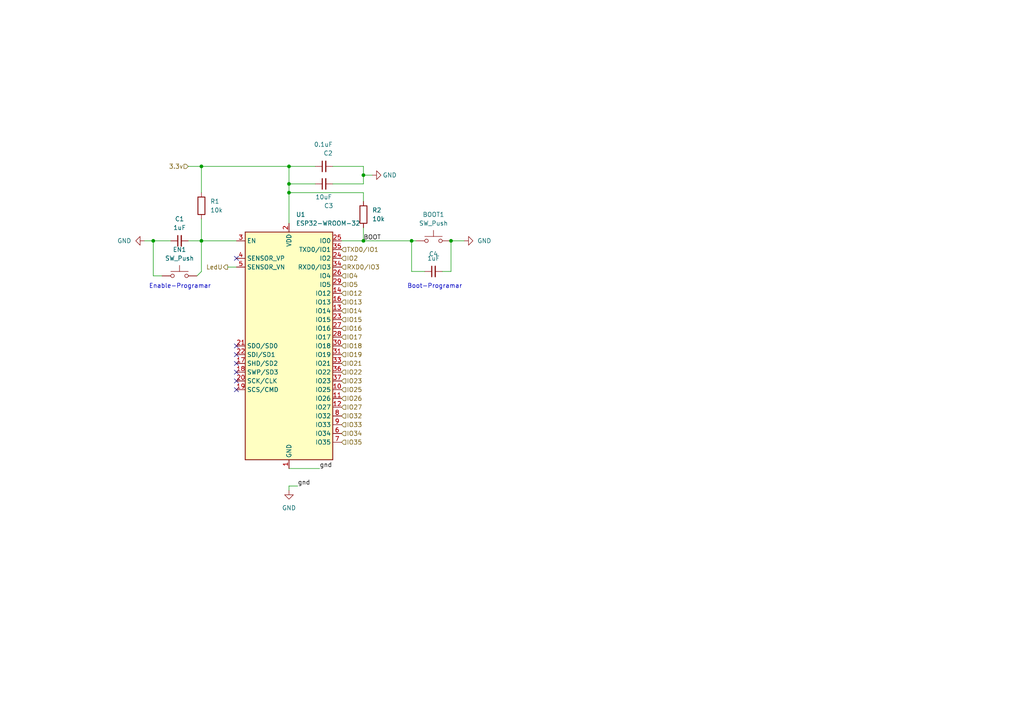
<source format=kicad_sch>
(kicad_sch (version 20211123) (generator eeschema)
  (paper "A4")
  (lib_symbols
    (symbol "Device:C_Small" (pin_numbers hide) (pin_names (offset 0.254) hide)
      (property "Reference" "C" (at 0.254 1.778 0))
      (property "Value" "C_Small" (at 0.254 -2.032 0))
      (symbol "C_Small_0_1"
        (polyline (pts (xy -1.524 -0.508) (xy 1.524 -0.508)) (stroke (width 0.3302)))
        (polyline (pts (xy -1.524 0.508) (xy 1.524 0.508)) (stroke (width 0.3048)))
      )
      (symbol "C_Small_1_1"
        (pin passive line (at 0 2.54 270) (length 2.032) (name "~") (number "1"))
        (pin passive line (at 0 -2.54 90) (length 2.032) (name "~") (number "2"))
      )
    )
    (symbol "Device:R" (pin_numbers hide) (pin_names (offset 0))
      (property "Reference" "R" (at 2.032 0 90))
      (property "Value" "R" (at 0 0 90))
      (symbol "R_0_1"
        (rectangle (start -1.016 -2.54) (end 1.016 2.54) (stroke (width 0.254)))
      )
      (symbol "R_1_1"
        (pin passive line (at 0 3.81 270) (length 1.27) (name "~") (number "1"))
        (pin passive line (at 0 -3.81 90) (length 1.27) (name "~") (number "2"))
      )
    )
    (symbol "RF_Module:ESP32-WROOM-32"
      (property "Reference" "U" (at -12.7 34.29 0))
      (property "Value" "ESP32-WROOM-32" (at 1.27 34.29 0))
      (symbol "ESP32-WROOM-32_0_1"
        (rectangle (start -12.7 33.02) (end 12.7 -33.02) (stroke (width 0.254)) (fill (type background)))
      )
      (symbol "ESP32-WROOM-32_1_1"
        (pin power_in line (at 0 -35.56 90) (length 2.54) (name "GND") (number "1"))
        (pin bidirectional line (at 15.24 -12.7 180) (length 2.54) (name "IO25") (number "10"))
        (pin bidirectional line (at 15.24 -15.24 180) (length 2.54) (name "IO26") (number "11"))
        (pin bidirectional line (at 15.24 -17.78 180) (length 2.54) (name "IO27") (number "12"))
        (pin bidirectional line (at 15.24 10.16 180) (length 2.54) (name "IO14") (number "13"))
        (pin bidirectional line (at 15.24 15.24 180) (length 2.54) (name "IO12") (number "14"))
        (pin passive line (at 0 -35.56 90) (length 2.54) hide (name "GND") (number "15"))
        (pin bidirectional line (at 15.24 12.7 180) (length 2.54) (name "IO13") (number "16"))
        (pin bidirectional line (at -15.24 -5.08 0) (length 2.54) (name "SHD/SD2") (number "17"))
        (pin bidirectional line (at -15.24 -7.62 0) (length 2.54) (name "SWP/SD3") (number "18"))
        (pin bidirectional line (at -15.24 -12.7 0) (length 2.54) (name "SCS/CMD") (number "19"))
        (pin power_in line (at 0 35.56 270) (length 2.54) (name "VDD") (number "2"))
        (pin bidirectional line (at -15.24 -10.16 0) (length 2.54) (name "SCK/CLK") (number "20"))
        (pin bidirectional line (at -15.24 0 0) (length 2.54) (name "SDO/SD0") (number "21"))
        (pin bidirectional line (at -15.24 -2.54 0) (length 2.54) (name "SDI/SD1") (number "22"))
        (pin bidirectional line (at 15.24 7.62 180) (length 2.54) (name "IO15") (number "23"))
        (pin bidirectional line (at 15.24 25.4 180) (length 2.54) (name "IO2") (number "24"))
        (pin bidirectional line (at 15.24 30.48 180) (length 2.54) (name "IO0") (number "25"))
        (pin bidirectional line (at 15.24 20.32 180) (length 2.54) (name "IO4") (number "26"))
        (pin bidirectional line (at 15.24 5.08 180) (length 2.54) (name "IO16") (number "27"))
        (pin bidirectional line (at 15.24 2.54 180) (length 2.54) (name "IO17") (number "28"))
        (pin bidirectional line (at 15.24 17.78 180) (length 2.54) (name "IO5") (number "29"))
        (pin input line (at -15.24 30.48 0) (length 2.54) (name "EN") (number "3"))
        (pin bidirectional line (at 15.24 0 180) (length 2.54) (name "IO18") (number "30"))
        (pin bidirectional line (at 15.24 -2.54 180) (length 2.54) (name "IO19") (number "31"))
        (pin no_connect line (at -12.7 -27.94 0) (length 2.54) hide (name "NC") (number "32"))
        (pin bidirectional line (at 15.24 -5.08 180) (length 2.54) (name "IO21") (number "33"))
        (pin bidirectional line (at 15.24 22.86 180) (length 2.54) (name "RXD0/IO3") (number "34"))
        (pin bidirectional line (at 15.24 27.94 180) (length 2.54) (name "TXD0/IO1") (number "35"))
        (pin bidirectional line (at 15.24 -7.62 180) (length 2.54) (name "IO22") (number "36"))
        (pin bidirectional line (at 15.24 -10.16 180) (length 2.54) (name "IO23") (number "37"))
        (pin passive line (at 0 -35.56 90) (length 2.54) hide (name "GND") (number "38"))
        (pin passive line (at 0 -35.56 90) (length 2.54) hide (name "GND") (number "39"))
        (pin input line (at -15.24 25.4 0) (length 2.54) (name "SENSOR_VP") (number "4"))
        (pin input line (at -15.24 22.86 0) (length 2.54) (name "SENSOR_VN") (number "5"))
        (pin input line (at 15.24 -25.4 180) (length 2.54) (name "IO34") (number "6"))
        (pin input line (at 15.24 -27.94 180) (length 2.54) (name "IO35") (number "7"))
        (pin bidirectional line (at 15.24 -20.32 180) (length 2.54) (name "IO32") (number "8"))
        (pin bidirectional line (at 15.24 -22.86 180) (length 2.54) (name "IO33") (number "9"))
      )
    )
    (symbol "Switch:SW_Push" (pin_numbers hide) (pin_names (offset 1.016) hide)
      (property "Reference" "SW" (at 1.27 2.54 0))
      (property "Value" "SW_Push" (at 0 -1.524 0))
      (symbol "SW_Push_0_1"
        (circle (center -2.032 0) (radius 0.508))
        (polyline (pts (xy 0 1.27) (xy 0 3.048)))
        (polyline (pts (xy 2.54 1.27) (xy -2.54 1.27)))
        (circle (center 2.032 0) (radius 0.508))
        (pin passive line (at -5.08 0 0) (length 2.54) (name "1") (number "1"))
        (pin passive line (at 5.08 0 180) (length 2.54) (name "2") (number "2"))
      )
    )
    (symbol "power:GND" (power) (pin_names (offset 0))
      (property "Value" "GND" (at 0 -3.81 0))
      (symbol "GND_0_1"
        (polyline (pts (xy 0 0) (xy 0 -1.27) (xy 1.27 -1.27) (xy 0 -2.54) (xy -1.27 -1.27) (xy 0 -1.27)))
      )
      (symbol "GND_1_1"
        (pin power_in line (at 0 0 270) (length 0) hide (name "GND") (number "1"))
      )
    )
  )
  (junction (at 105.41 69.85))
  (junction (at 83.82 48.26))
  (junction (at 58.42 69.85))
  (junction (at 83.82 53.34))
  (junction (at 83.82 55.88))
  (junction (at 130.81 69.85))
  (junction (at 105.41 50.8))
  (junction (at 58.42 48.26))
  (junction (at 44.45 69.85))
  (junction (at 119.38 69.85))
  (no_connect (at 68.58 74.93))
  (no_connect (at 68.58 100.33))
  (no_connect (at 68.58 102.87))
  (no_connect (at 68.58 105.41))
  (no_connect (at 68.58 107.95))
  (no_connect (at 68.58 110.49))
  (no_connect (at 68.58 113.03))
  (wire (pts (xy 96.52 53.34) (xy 105.41 53.34)))
  (wire (pts (xy 83.82 135.89) (xy 92.71 135.89)))
  (wire (pts (xy 119.38 78.74) (xy 123.19 78.74)))
  (wire (pts (xy 105.41 66.04) (xy 105.41 69.85)))
  (wire (pts (xy 54.61 48.26) (xy 58.42 48.26)))
  (wire (pts (xy 58.42 69.85) (xy 58.42 78.74)))
  (wire (pts (xy 105.41 58.42) (xy 105.41 55.88)))
  (wire (pts (xy 44.45 69.85) (xy 44.45 80.01)))
  (wire (pts (xy 128.27 78.74) (xy 130.81 78.74)))
  (wire (pts (xy 58.42 78.74) (xy 57.15 80.01)))
  (wire (pts (xy 86.36 140.97) (xy 83.82 140.97)))
  (wire (pts (xy 105.41 69.85) (xy 119.38 69.85)))
  (wire (pts (xy 58.42 48.26) (xy 83.82 48.26)))
  (wire (pts (xy 83.82 55.88) (xy 105.41 55.88)))
  (wire (pts (xy 54.61 69.85) (xy 58.42 69.85)))
  (wire (pts (xy 83.82 53.34) (xy 91.44 53.34)))
  (wire (pts (xy 83.82 48.26) (xy 83.82 53.34)))
  (wire (pts (xy 44.45 69.85) (xy 49.53 69.85)))
  (wire (pts (xy 44.45 80.01) (xy 46.99 80.01)))
  (wire (pts (xy 83.82 55.88) (xy 83.82 64.77)))
  (wire (pts (xy 58.42 48.26) (xy 58.42 55.88)))
  (wire (pts (xy 83.82 140.97) (xy 83.82 142.24)))
  (wire (pts (xy 119.38 69.85) (xy 119.38 78.74)))
  (wire (pts (xy 119.38 69.85) (xy 120.65 69.85)))
  (wire (pts (xy 41.91 69.85) (xy 44.45 69.85)))
  (wire (pts (xy 130.81 69.85) (xy 130.81 78.74)))
  (wire (pts (xy 96.52 48.26) (xy 105.41 48.26)))
  (wire (pts (xy 130.81 69.85) (xy 134.62 69.85)))
  (wire (pts (xy 107.95 50.8) (xy 105.41 50.8)))
  (wire (pts (xy 58.42 69.85) (xy 68.58 69.85)))
  (wire (pts (xy 105.41 53.34) (xy 105.41 50.8)))
  (wire (pts (xy 83.82 53.34) (xy 83.82 55.88)))
  (wire (pts (xy 83.82 48.26) (xy 91.44 48.26)))
  (wire (pts (xy 58.42 63.5) (xy 58.42 69.85)))
  (wire (pts (xy 105.41 48.26) (xy 105.41 50.8)))
  (wire (pts (xy 66.04 77.47) (xy 68.58 77.47)))
  (wire (pts (xy 99.06 69.85) (xy 105.41 69.85)))
  (text "Enable-Programar" (at 43.18 83.82 0) (effects (font (size 1.27 1.27)) (justify left bottom)))
  (text "Boot-Programar" (at 118.11 83.82 0) (effects (font (size 1.27 1.27)) (justify left bottom)))
  (label "gnd" (at 92.71 135.89 0))
  (label "BOOT" (at 105.41 69.85 0))
  (label "gnd" (at 86.36 140.97 0))
  (hierarchical_label "IO27" (shape input) (at 99.06 118.11 0))
  (hierarchical_label "IO13" (shape input) (at 99.06 87.63 0))
  (hierarchical_label "3.3v" (shape input) (at 54.61 48.26 180))
  (hierarchical_label "IO35" (shape input) (at 99.06 128.27 0))
  (hierarchical_label "IO34" (shape input) (at 99.06 125.73 0))
  (hierarchical_label "IO12" (shape input) (at 99.06 85.09 0))
  (hierarchical_label "IO23" (shape input) (at 99.06 110.49 0))
  (hierarchical_label "IO17" (shape input) (at 99.06 97.79 0))
  (hierarchical_label "IO14" (shape input) (at 99.06 90.17 0))
  (hierarchical_label "IO21" (shape input) (at 99.06 105.41 0))
  (hierarchical_label "IO22" (shape input) (at 99.06 107.95 0))
  (hierarchical_label "IO26" (shape input) (at 99.06 115.57 0))
  (hierarchical_label "IO2" (shape input) (at 99.06 74.93 0))
  (hierarchical_label "IO15" (shape input) (at 99.06 92.71 0))
  (hierarchical_label "IO4" (shape input) (at 99.06 80.01 0))
  (hierarchical_label "IO32" (shape input) (at 99.06 120.65 0))
  (hierarchical_label "RXD0{slash}IO3" (shape input) (at 99.06 77.47 0))
  (hierarchical_label "IO25" (shape input) (at 99.06 113.03 0))
  (hierarchical_label "TXD0{slash}IO1" (shape input) (at 99.06 72.39 0))
  (hierarchical_label "IO33" (shape input) (at 99.06 123.19 0))
  (hierarchical_label "IO5" (shape input) (at 99.06 82.55 0))
  (hierarchical_label "LedU" (shape output) (at 66.04 77.47 180))
  (hierarchical_label "IO19" (shape input) (at 99.06 102.87 0))
  (hierarchical_label "IO18" (shape input) (at 99.06 100.33 0))
  (hierarchical_label "IO16" (shape input) (at 99.06 95.25 0))
  (symbol (lib_id "power:GND") (at 41.91 69.85 270) (unit 1)
    (property "Reference" "#PWR011" (effects hide))
    (property "Value" "GND" (at 38.1 69.8499 90) (effects (justify right)))
  )
  (symbol (lib_id "power:GND") (at 83.82 142.24 0) (unit 1)
    (property "Reference" "#PWR012" (effects hide))
    (property "Value" "GND" (at 83.82 147.32 0))
  )
  (symbol (lib_id "Device:C_Small") (at 125.73 78.74 90) (unit 1)
    (property "Reference" "C4" (at 125.7363 73.66 90))
    (property "Value" "1uF" (at 125.7363 74.93 90))
    (property "Footprint" "Capacitor_SMD:C_0603_1608Metric_Pad1.08x0.95mm_HandSolder" (effects hide))
  )
  (symbol (lib_id "Device:C_Small") (at 93.98 48.26 90) (unit 1)
    (property "Reference" "C2" (at 96.52 44.4438 90) (effects (justify left)))
    (property "Value" "0.1uF" (at 96.52 41.9038 90) (effects (justify left)))
    (property "Footprint" "Capacitor_SMD:C_0603_1608Metric_Pad1.08x0.95mm_HandSolder" (effects hide))
  )
  (symbol (lib_id "Device:C_Small") (at 93.98 53.34 90) (mirror x) (unit 1)
    (property "Reference" "C3" (at 93.98 59.69 90) (effects (justify right)))
    (property "Value" "10uF" (at 91.44 57.15 90) (effects (justify right)))
    (property "Footprint" "Capacitor_SMD:C_0603_1608Metric_Pad1.08x0.95mm_HandSolder" (effects hide))
  )
  (symbol (lib_id "RF_Module:ESP32-WROOM-32") (at 83.82 100.33 0) (unit 1)
    (property "Reference" "U1" (at 85.8394 62.23 0) (effects (justify left)))
    (property "Value" "ESP32-WROOM-32" (at 85.8394 64.77 0) (effects (justify left)))
    (property "Footprint" "RF_Module:ESP32-WROOM-32" (effects hide))
    (property "Datasheet" "https://www.espressif.com/sites/default/files/documentation/esp32-wroom-32_datasheet_en.pdf" (effects hide))
  )
  (symbol (lib_id "Device:R") (at 105.41 62.23 0) (unit 1)
    (property "Reference" "R2" (at 107.95 60.9599 0) (effects (justify left)))
    (property "Value" "10k" (at 107.95 63.4999 0) (effects (justify left)))
    (property "Footprint" "Resistor_SMD:R_0603_1608Metric_Pad0.98x0.95mm_HandSolder" (effects hide))
  )
  (symbol (lib_id "Switch:SW_Push") (at 125.73 69.85 0) (unit 1)
    (property "Reference" "BOOT1" (at 125.73 62.23 0))
    (property "Value" "SW_Push" (at 125.73 64.77 0))
    (property "Footprint" "Button_Switch_SMD:SW_Push_1P1T_NO_6x6mm_H9.5mm" (effects hide))
  )
  (symbol (lib_id "power:GND") (at 134.62 69.85 90) (unit 1)
    (property "Reference" "#PWR014" (effects hide))
    (property "Value" "GND" (at 138.43 69.8499 90) (effects (justify right)))
  )
  (symbol (lib_id "Device:R") (at 58.42 59.69 0) (unit 1)
    (property "Reference" "R1" (at 60.96 58.4199 0) (effects (justify left)))
    (property "Value" "10k" (at 60.96 60.9599 0) (effects (justify left)))
    (property "Footprint" "Resistor_SMD:R_0603_1608Metric_Pad0.98x0.95mm_HandSolder" (effects hide))
  )
  (symbol (lib_id "power:GND") (at 107.95 50.8 90) (unit 1)
    (property "Reference" "#PWR013" (effects hide))
    (property "Value" "GND" (at 113.03 50.8 90))
  )
  (symbol (lib_id "Switch:SW_Push") (at 52.07 80.01 0) (unit 1)
    (property "Reference" "EN1" (at 52.07 72.39 0))
    (property "Value" "SW_Push" (at 52.07 74.93 0))
    (property "Footprint" "Button_Switch_SMD:SW_Push_1P1T_NO_6x6mm_H9.5mm" (effects hide))
  )
  (symbol (lib_id "Device:C_Small") (at 52.07 69.85 90) (unit 1)
    (property "Reference" "C1" (at 52.0763 63.5 90))
    (property "Value" "1uF" (at 52.0763 66.04 90))
    (property "Footprint" "Capacitor_SMD:C_0603_1608Metric_Pad1.08x0.95mm_HandSolder" (effects hide))
  )
)
</source>
